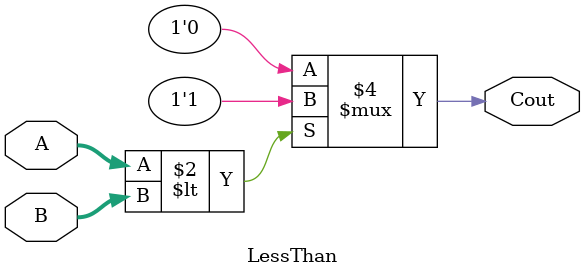
<source format=v>
module LessThan(A, B, Cout);  
input  [7:0] A;  
input  [7:0] B;  
output Cout;
reg Cout;

always @( A or B)
begin 
if(A < B)
Cout = 1;
else 
Cout =0;

end
endmodule  
</source>
